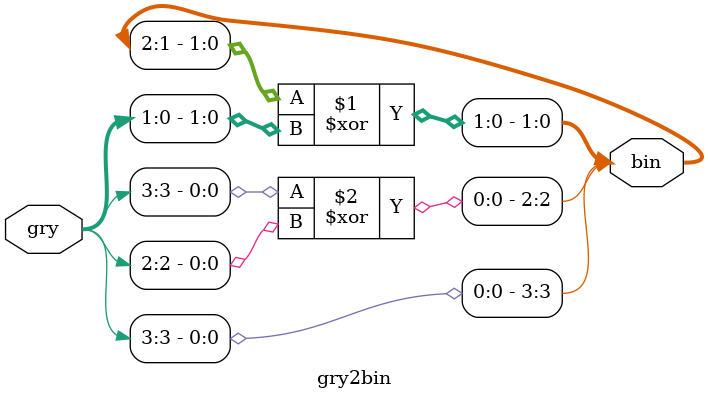
<source format=v>
/*
  Parameterized Gray 2 Binary converter. 
*/ 

module gry2bin(/*AUTOARG*/
   // Outputs
   bin,
   // Inputs
   gry
   );

   parameter DW = 4; // Data Width

   output [DW-1:0]    bin; // Binary Input
   input [DW-1:0]   gry; // Gray Output

   assign bin = {gry[DW-1] , (gry[DW-1] ^ gry[DW-2]) , (bin[DW-2:1] ^ gry[DW-3:0])};

endmodule // gry2bin




</source>
